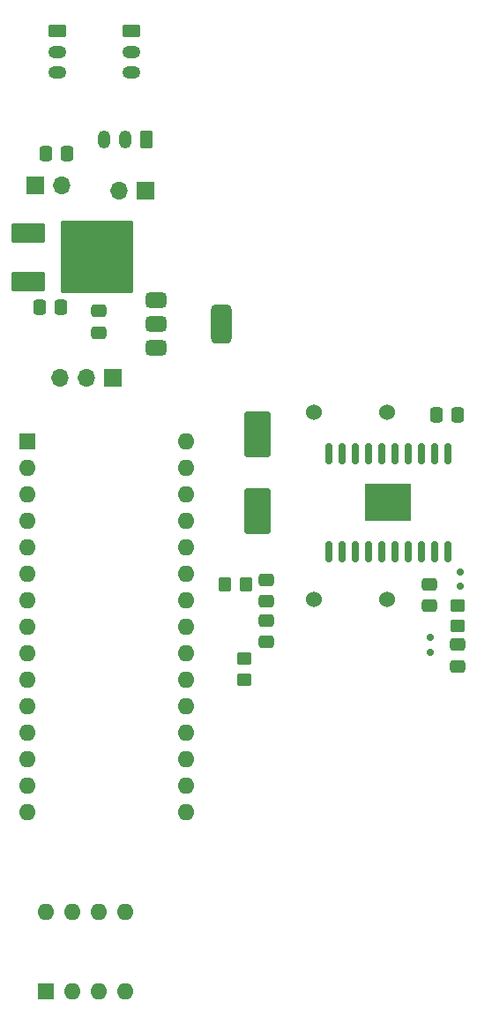
<source format=gbr>
%TF.GenerationSoftware,KiCad,Pcbnew,8.0.2*%
%TF.CreationDate,2024-10-05T18:09:16+02:00*%
%TF.ProjectId,CalkaBot_PCB,43616c6b-6142-46f7-945f-5043422e6b69,rev?*%
%TF.SameCoordinates,Original*%
%TF.FileFunction,Soldermask,Top*%
%TF.FilePolarity,Negative*%
%FSLAX46Y46*%
G04 Gerber Fmt 4.6, Leading zero omitted, Abs format (unit mm)*
G04 Created by KiCad (PCBNEW 8.0.2) date 2024-10-05 18:09:16*
%MOMM*%
%LPD*%
G01*
G04 APERTURE LIST*
G04 Aperture macros list*
%AMRoundRect*
0 Rectangle with rounded corners*
0 $1 Rounding radius*
0 $2 $3 $4 $5 $6 $7 $8 $9 X,Y pos of 4 corners*
0 Add a 4 corners polygon primitive as box body*
4,1,4,$2,$3,$4,$5,$6,$7,$8,$9,$2,$3,0*
0 Add four circle primitives for the rounded corners*
1,1,$1+$1,$2,$3*
1,1,$1+$1,$4,$5*
1,1,$1+$1,$6,$7*
1,1,$1+$1,$8,$9*
0 Add four rect primitives between the rounded corners*
20,1,$1+$1,$2,$3,$4,$5,0*
20,1,$1+$1,$4,$5,$6,$7,0*
20,1,$1+$1,$6,$7,$8,$9,0*
20,1,$1+$1,$8,$9,$2,$3,0*%
G04 Aperture macros list end*
%ADD10R,1.600000X1.600000*%
%ADD11O,1.600000X1.600000*%
%ADD12RoundRect,0.250000X1.000000X-1.950000X1.000000X1.950000X-1.000000X1.950000X-1.000000X-1.950000X0*%
%ADD13C,1.524000*%
%ADD14RoundRect,0.250000X-0.337500X-0.475000X0.337500X-0.475000X0.337500X0.475000X-0.337500X0.475000X0*%
%ADD15R,1.700000X1.700000*%
%ADD16O,1.700000X1.700000*%
%ADD17RoundRect,0.250000X-0.475000X0.337500X-0.475000X-0.337500X0.475000X-0.337500X0.475000X0.337500X0*%
%ADD18RoundRect,0.150000X-0.200000X0.150000X-0.200000X-0.150000X0.200000X-0.150000X0.200000X0.150000X0*%
%ADD19RoundRect,0.250000X-0.450000X0.350000X-0.450000X-0.350000X0.450000X-0.350000X0.450000X0.350000X0*%
%ADD20RoundRect,0.250000X-0.625000X0.350000X-0.625000X-0.350000X0.625000X-0.350000X0.625000X0.350000X0*%
%ADD21O,1.750000X1.200000*%
%ADD22RoundRect,0.102000X-1.500000X-0.800000X1.500000X-0.800000X1.500000X0.800000X-1.500000X0.800000X0*%
%ADD23RoundRect,0.102000X-3.350000X-3.350000X3.350000X-3.350000X3.350000X3.350000X-3.350000X3.350000X0*%
%ADD24RoundRect,0.250000X0.350000X0.625000X-0.350000X0.625000X-0.350000X-0.625000X0.350000X-0.625000X0*%
%ADD25O,1.200000X1.750000*%
%ADD26R,4.470000X3.560000*%
%ADD27RoundRect,0.150000X-0.150000X0.850000X-0.150000X-0.850000X0.150000X-0.850000X0.150000X0.850000X0*%
%ADD28RoundRect,0.250000X0.350000X0.450000X-0.350000X0.450000X-0.350000X-0.450000X0.350000X-0.450000X0*%
%ADD29RoundRect,0.250000X0.475000X-0.337500X0.475000X0.337500X-0.475000X0.337500X-0.475000X-0.337500X0*%
%ADD30RoundRect,0.375000X-0.625000X-0.375000X0.625000X-0.375000X0.625000X0.375000X-0.625000X0.375000X0*%
%ADD31RoundRect,0.500000X-0.500000X-1.400000X0.500000X-1.400000X0.500000X1.400000X-0.500000X1.400000X0*%
G04 APERTURE END LIST*
D10*
%TO.C,A1*%
X57990000Y-61750000D03*
D11*
X57990000Y-64290000D03*
X57990000Y-66830000D03*
X57990000Y-69370000D03*
X57990000Y-71910000D03*
X57990000Y-74450000D03*
X57990000Y-76990000D03*
X57990000Y-79530000D03*
X57990000Y-82070000D03*
X57990000Y-84610000D03*
X57990000Y-87150000D03*
X57990000Y-89690000D03*
X57990000Y-92230000D03*
X57990000Y-94770000D03*
X57990000Y-97310000D03*
X73230000Y-97310000D03*
X73230000Y-94770000D03*
X73230000Y-92230000D03*
X73230000Y-89690000D03*
X73230000Y-87150000D03*
X73230000Y-84610000D03*
X73230000Y-82070000D03*
X73230000Y-79530000D03*
X73230000Y-76990000D03*
X73230000Y-74450000D03*
X73230000Y-71910000D03*
X73230000Y-69370000D03*
X73230000Y-66830000D03*
X73230000Y-64290000D03*
X73230000Y-61750000D03*
%TD*%
D12*
%TO.C,C8*%
X80100000Y-68500000D03*
X80100000Y-61100000D03*
%TD*%
D13*
%TO.C,M1*%
X92500000Y-59000000D03*
X85500000Y-59000000D03*
%TD*%
D14*
%TO.C,C1*%
X59762500Y-34200000D03*
X61837500Y-34200000D03*
%TD*%
D10*
%TO.C,SW1*%
X59760000Y-114520000D03*
D11*
X62300000Y-114520000D03*
X64840000Y-114520000D03*
X67380000Y-114520000D03*
X67380000Y-106900000D03*
X64840000Y-106900000D03*
X62300000Y-106900000D03*
X59760000Y-106900000D03*
%TD*%
D15*
%TO.C,J4*%
X58762500Y-37187500D03*
D16*
X61302500Y-37187500D03*
%TD*%
D15*
%TO.C,J6*%
X66240000Y-55700000D03*
D16*
X63700000Y-55700000D03*
X61160000Y-55700000D03*
%TD*%
D17*
%TO.C,C3*%
X99350000Y-81262500D03*
X99350000Y-83337500D03*
%TD*%
D18*
%TO.C,D1*%
X99600000Y-75700000D03*
X99600000Y-74300000D03*
%TD*%
D17*
%TO.C,C4*%
X96600000Y-75462500D03*
X96600000Y-77537500D03*
%TD*%
D19*
%TO.C,R7*%
X78800000Y-82600000D03*
X78800000Y-84600000D03*
%TD*%
D20*
%TO.C,J3*%
X67950000Y-22400000D03*
D21*
X67950000Y-24400000D03*
X67950000Y-26400000D03*
%TD*%
D22*
%TO.C,U1*%
X58062500Y-41812500D03*
D23*
X64712500Y-44112500D03*
D22*
X58062500Y-46412500D03*
%TD*%
D14*
%TO.C,C2*%
X59162500Y-48900000D03*
X61237500Y-48900000D03*
%TD*%
D24*
%TO.C,J1*%
X69400000Y-32800000D03*
D25*
X67400000Y-32800000D03*
X65400000Y-32800000D03*
%TD*%
D18*
%TO.C,D2*%
X96700000Y-82000000D03*
X96700000Y-80600000D03*
%TD*%
D13*
%TO.C,M2*%
X85500000Y-76956000D03*
X92500000Y-76956000D03*
%TD*%
D26*
%TO.C,CR1*%
X92647500Y-67660000D03*
D27*
X98362500Y-62985000D03*
X97092500Y-62985000D03*
X95822500Y-62985000D03*
X94552500Y-62985000D03*
X93282500Y-62985000D03*
X92012500Y-62985000D03*
X90742500Y-62985000D03*
X89472500Y-62985000D03*
X88202500Y-62985000D03*
X86932500Y-62985000D03*
X86932500Y-72335000D03*
X88202500Y-72335000D03*
X89472500Y-72335000D03*
X90742500Y-72335000D03*
X92012500Y-72335000D03*
X93282500Y-72335000D03*
X94552500Y-72335000D03*
X95822500Y-72335000D03*
X97092500Y-72335000D03*
X98362500Y-72335000D03*
%TD*%
D28*
%TO.C,R6*%
X79000000Y-75500000D03*
X77000000Y-75500000D03*
%TD*%
D17*
%TO.C,C6*%
X80900000Y-78962500D03*
X80900000Y-81037500D03*
%TD*%
D29*
%TO.C,C9*%
X64862500Y-51350000D03*
X64862500Y-49275000D03*
%TD*%
D15*
%TO.C,J5*%
X69337500Y-37712500D03*
D16*
X66797500Y-37712500D03*
%TD*%
D19*
%TO.C,R2*%
X99300000Y-77500000D03*
X99300000Y-79500000D03*
%TD*%
D20*
%TO.C,J2*%
X60850000Y-22400000D03*
D21*
X60850000Y-24400000D03*
X60850000Y-26400000D03*
%TD*%
D30*
%TO.C,Q3*%
X70350000Y-48200000D03*
X70350000Y-50500000D03*
X70350000Y-52800000D03*
D31*
X76650000Y-50500000D03*
%TD*%
D29*
%TO.C,C5*%
X80900000Y-77137500D03*
X80900000Y-75062500D03*
%TD*%
D14*
%TO.C,C7*%
X97262500Y-59250000D03*
X99337500Y-59250000D03*
%TD*%
M02*

</source>
